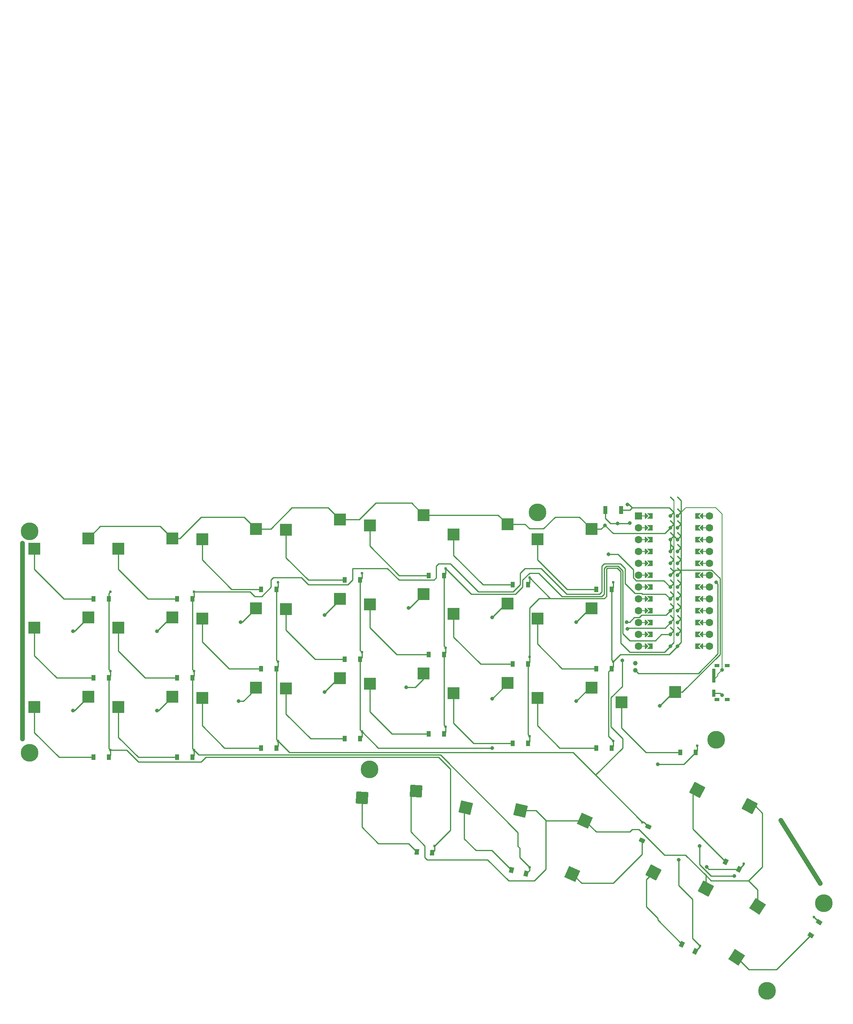
<source format=gbr>
%TF.GenerationSoftware,KiCad,Pcbnew,6.0.7*%
%TF.CreationDate,2022-09-18T19:07:01-04:00*%
%TF.ProjectId,flutter_v2_wren,666c7574-7465-4725-9f76-325f7772656e,v1.0.0*%
%TF.SameCoordinates,Original*%
%TF.FileFunction,Copper,L1,Top*%
%TF.FilePolarity,Positive*%
%FSLAX46Y46*%
G04 Gerber Fmt 4.6, Leading zero omitted, Abs format (unit mm)*
G04 Created by KiCad (PCBNEW 6.0.7) date 2022-09-18 19:07:01*
%MOMM*%
%LPD*%
G01*
G04 APERTURE LIST*
G04 Aperture macros list*
%AMRotRect*
0 Rectangle, with rotation*
0 The origin of the aperture is its center*
0 $1 length*
0 $2 width*
0 $3 Rotation angle, in degrees counterclockwise*
0 Add horizontal line*
21,1,$1,$2,0,0,$3*%
%AMFreePoly0*
4,1,5,0.125000,-0.500000,-0.125000,-0.500000,-0.125000,0.500000,0.125000,0.500000,0.125000,-0.500000,0.125000,-0.500000,$1*%
%AMFreePoly1*
4,1,6,0.600000,0.200000,0.000000,-0.400000,-0.600000,0.200000,-0.600000,0.400000,0.600000,0.400000,0.600000,0.200000,0.600000,0.200000,$1*%
%AMFreePoly2*
4,1,49,0.088388,4.152388,0.854389,3.386388,0.867708,3.368551,0.871189,3.365530,0.871982,3.362827,0.875852,3.357644,0.882333,3.327543,0.891000,3.298000,0.891000,0.766000,0.887805,0.743969,0.888131,0.739371,0.886780,0.736898,0.885852,0.730498,0.869154,0.704638,0.854389,0.677612,0.088388,-0.088388,0.064607,-0.106146,0.062500,-0.108253,0.061385,-0.108552,0.059644,-0.109852,
0.043810,-0.113261,0.000000,-0.125000,-0.004774,-0.123721,-0.009154,-0.124664,-0.028953,-0.117242,-0.062500,-0.108253,-0.068237,-0.102516,-0.075052,-0.099961,-0.087614,-0.083139,-0.108253,-0.062500,-0.111178,-0.051584,-0.117161,-0.043572,-0.118539,-0.024114,-0.125000,0.000000,-0.121239,0.014035,-0.122131,0.026629,-0.113759,0.041953,-0.108253,0.062500,-0.095642,0.075111,-0.088388,0.088388,
0.641000,0.817777,0.641000,3.246223,-0.088388,3.975612,-0.109852,4.004356,-0.124664,4.073154,-0.099961,4.139052,-0.043572,4.181161,0.026629,4.186131,0.088388,4.152388,0.088388,4.152388,$1*%
%AMFreePoly3*
4,1,6,0.600000,-0.250000,-0.600000,-0.250000,-0.600000,1.000000,0.000000,0.400000,0.600000,1.000000,0.600000,-0.250000,0.600000,-0.250000,$1*%
%AMFreePoly4*
4,1,49,0.088388,4.152388,0.850389,3.390388,0.863708,3.372551,0.867189,3.369530,0.867982,3.366827,0.871852,3.361644,0.878333,3.331543,0.887000,3.302000,0.887000,0.762000,0.883805,0.739969,0.884131,0.735371,0.882780,0.732898,0.881852,0.726498,0.865154,0.700638,0.850389,0.673612,0.088388,-0.088388,0.064607,-0.106146,0.062500,-0.108253,0.061385,-0.108552,0.059644,-0.109852,
0.043810,-0.113261,0.000000,-0.125000,-0.004774,-0.123721,-0.009154,-0.124664,-0.028953,-0.117242,-0.062500,-0.108253,-0.068237,-0.102516,-0.075052,-0.099961,-0.087614,-0.083139,-0.108253,-0.062500,-0.111178,-0.051584,-0.117161,-0.043572,-0.118539,-0.024114,-0.125000,0.000000,-0.121239,0.014035,-0.122131,0.026629,-0.113759,0.041953,-0.108253,0.062500,-0.095642,0.075111,-0.088388,0.088388,
0.637000,0.813777,0.637000,3.250223,-0.088388,3.975612,-0.109852,4.004356,-0.124664,4.073154,-0.099961,4.139052,-0.043572,4.181161,0.026629,4.186131,0.088388,4.152388,0.088388,4.152388,$1*%
G04 Aperture macros list end*
%TA.AperFunction,NonConductor*%
%ADD10C,1.000000*%
%TD*%
%TA.AperFunction,ComponentPad*%
%ADD11C,1.000000*%
%TD*%
%TA.AperFunction,SMDPad,CuDef*%
%ADD12R,0.900000X1.200000*%
%TD*%
%TA.AperFunction,ComponentPad*%
%ADD13C,0.600000*%
%TD*%
%TA.AperFunction,SMDPad,CuDef*%
%ADD14RotRect,0.900000X1.200000X152.000000*%
%TD*%
%TA.AperFunction,ComponentPad*%
%ADD15C,3.800000*%
%TD*%
%TA.AperFunction,SMDPad,CuDef*%
%ADD16R,2.600000X2.600000*%
%TD*%
%TA.AperFunction,SMDPad,CuDef*%
%ADD17RotRect,2.600000X2.600000X57.000000*%
%TD*%
%TA.AperFunction,SMDPad,CuDef*%
%ADD18RotRect,2.600000X2.600000X332.000000*%
%TD*%
%TA.AperFunction,SMDPad,CuDef*%
%ADD19RotRect,2.600000X2.600000X356.000000*%
%TD*%
%TA.AperFunction,SMDPad,CuDef*%
%ADD20R,1.000000X0.800000*%
%TD*%
%TA.AperFunction,SMDPad,CuDef*%
%ADD21R,0.700000X1.500000*%
%TD*%
%TA.AperFunction,SMDPad,CuDef*%
%ADD22RotRect,2.600000X2.600000X346.500000*%
%TD*%
%TA.AperFunction,SMDPad,CuDef*%
%ADD23RotRect,0.900000X1.200000X246.000000*%
%TD*%
%TA.AperFunction,SMDPad,CuDef*%
%ADD24RotRect,0.900000X1.200000X176.000000*%
%TD*%
%TA.AperFunction,SMDPad,CuDef*%
%ADD25RotRect,2.600000X2.600000X66.000000*%
%TD*%
%TA.AperFunction,SMDPad,CuDef*%
%ADD26RotRect,0.900000X1.200000X237.000000*%
%TD*%
%TA.AperFunction,SMDPad,CuDef*%
%ADD27RotRect,0.900000X1.200000X166.500000*%
%TD*%
%TA.AperFunction,SMDPad,CuDef*%
%ADD28FreePoly0,90.000000*%
%TD*%
%TA.AperFunction,ComponentPad*%
%ADD29C,1.600000*%
%TD*%
%TA.AperFunction,SMDPad,CuDef*%
%ADD30FreePoly1,90.000000*%
%TD*%
%TA.AperFunction,ComponentPad*%
%ADD31R,1.600000X1.600000*%
%TD*%
%TA.AperFunction,SMDPad,CuDef*%
%ADD32FreePoly1,270.000000*%
%TD*%
%TA.AperFunction,SMDPad,CuDef*%
%ADD33FreePoly0,270.000000*%
%TD*%
%TA.AperFunction,SMDPad,CuDef*%
%ADD34FreePoly2,270.000000*%
%TD*%
%TA.AperFunction,ComponentPad*%
%ADD35C,0.800000*%
%TD*%
%TA.AperFunction,SMDPad,CuDef*%
%ADD36FreePoly3,270.000000*%
%TD*%
%TA.AperFunction,SMDPad,CuDef*%
%ADD37FreePoly3,90.000000*%
%TD*%
%TA.AperFunction,SMDPad,CuDef*%
%ADD38FreePoly4,90.000000*%
%TD*%
%TA.AperFunction,SMDPad,CuDef*%
%ADD39R,0.900000X1.700000*%
%TD*%
%TA.AperFunction,ViaPad*%
%ADD40C,0.800000*%
%TD*%
%TA.AperFunction,Conductor*%
%ADD41C,0.250000*%
%TD*%
%TA.AperFunction,Conductor*%
%ADD42C,0.200000*%
%TD*%
G04 APERTURE END LIST*
D10*
X-10822339Y38925536D02*
X-10822339Y-3074464D01*
X151927661Y-20574464D02*
X160427661Y-34074464D01*
D11*
%TO.P,,1*%
%TO.N,pos*%
X120677661Y13175536D03*
%TO.P,,2*%
%TO.N,GND*%
X120677661Y11675536D03*
%TD*%
D12*
%TO.P,D1,1*%
%TO.N,P4*%
X7650000Y-7000000D03*
%TO.P,D1,2*%
%TO.N,D4*%
X4350000Y-7000000D03*
%TD*%
D13*
%TO.P,REF\u002A\u002A,1*%
%TO.N,P5*%
X26000000Y11500000D03*
%TD*%
%TO.P,REF\u002A\u002A,1*%
%TO.N,P6*%
X44000000Y30500000D03*
%TD*%
%TO.P,REF\u002A\u002A,1*%
%TO.N,P9*%
X98000000Y14500000D03*
%TD*%
D12*
%TO.P,D2,1*%
%TO.N,P4*%
X7650000Y10000000D03*
%TO.P,D2,2*%
%TO.N,D3*%
X4350000Y10000000D03*
%TD*%
D13*
%TO.P,REF\u002A\u002A,1*%
%TO.N,P5*%
X26000000Y-5500000D03*
%TD*%
D12*
%TO.P,D3,1*%
%TO.N,P4*%
X7650000Y27000000D03*
%TO.P,D3,2*%
%TO.N,D2*%
X4350000Y27000000D03*
%TD*%
D14*
%TO.P,D24,1*%
%TO.N,P8*%
X143013559Y-30998308D03*
%TO.P,D24,2*%
%TO.N,D24*%
X140099831Y-29449052D03*
%TD*%
D15*
%TO.P,REF\u002A\u002A,1*%
%TO.N,N/C*%
X63677661Y-9574464D03*
%TD*%
D16*
%TO.P,S2,1*%
%TO.N,P1*%
X3275000Y22950000D03*
%TO.P,S2,2*%
%TO.N,D3*%
X-8275000Y20750000D03*
%TD*%
D17*
%TO.P,S25,1*%
%TO.N,P3*%
X146927794Y-38990298D03*
%TO.P,S25,2*%
%TO.N,D26*%
X142482288Y-49875149D03*
%TD*%
D14*
%TO.P,D23,1*%
%TO.N,P7*%
X133624127Y-48657260D03*
%TO.P,D23,2*%
%TO.N,D25*%
X130710399Y-47108004D03*
%TD*%
D16*
%TO.P,S7,1*%
%TO.N,P2*%
X39275000Y7950000D03*
%TO.P,S7,2*%
%TO.N,D10*%
X27725000Y5750000D03*
%TD*%
%TO.P,S17,1*%
%TO.N,P1*%
X93275000Y25950000D03*
%TO.P,S17,2*%
%TO.N,D18*%
X81725000Y23750000D03*
%TD*%
D13*
%TO.P,REF\u002A\u002A,1*%
%TO.N,P6*%
X122278393Y-20928688D03*
%TD*%
D15*
%TO.P,REF\u002A\u002A,1*%
%TO.N,N/C*%
X99677661Y45483540D03*
%TD*%
D16*
%TO.P,S14,1*%
%TO.N,P1*%
X75275000Y27950000D03*
%TO.P,S14,2*%
%TO.N,D15*%
X63725000Y25750000D03*
%TD*%
D13*
%TO.P,REF\u002A\u002A,1*%
%TO.N,P7*%
X62000000Y-1500000D03*
%TD*%
%TO.P,REF\u002A\u002A,1*%
%TO.N,P5*%
X26000000Y28500000D03*
%TD*%
%TO.P,REF\u002A\u002A,1*%
%TO.N,P8*%
X144026797Y-29838202D03*
%TD*%
D16*
%TO.P,S11,1*%
%TO.N,P1*%
X57275000Y26950000D03*
%TO.P,S11,2*%
%TO.N,D12*%
X45725000Y24750000D03*
%TD*%
D12*
%TO.P,D17,1*%
%TO.N,P9*%
X97650000Y13000000D03*
%TO.P,D17,2*%
%TO.N,D18*%
X94350000Y13000000D03*
%TD*%
D16*
%TO.P,S8,1*%
%TO.N,P1*%
X39275000Y24950000D03*
%TO.P,S8,2*%
%TO.N,D9*%
X27725000Y22750000D03*
%TD*%
D13*
%TO.P,REF\u002A\u002A,1*%
%TO.N,P6*%
X44000000Y-3500000D03*
%TD*%
%TO.P,REF\u002A\u002A,1*%
%TO.N,P6*%
X44000000Y13500000D03*
%TD*%
D15*
%TO.P,REF\u002A\u002A,1*%
%TO.N,N/C*%
X-9322339Y-6074464D03*
%TD*%
D16*
%TO.P,S18,1*%
%TO.N,P0*%
X93275000Y42950000D03*
%TO.P,S18,2*%
%TO.N,D17*%
X81725000Y40750000D03*
%TD*%
D13*
%TO.P,REF\u002A\u002A,1*%
%TO.N,P8*%
X80000000Y33500000D03*
%TD*%
D16*
%TO.P,S6,1*%
%TO.N,P0*%
X21275000Y39950000D03*
%TO.P,S6,2*%
%TO.N,D5*%
X9725000Y37750000D03*
%TD*%
D15*
%TO.P,REF\u002A\u002A,1*%
%TO.N,N/C*%
X138054479Y-3222702D03*
%TD*%
D12*
%TO.P,D11,1*%
%TO.N,P7*%
X61650000Y14000000D03*
%TO.P,D11,2*%
%TO.N,D12*%
X58350000Y14000000D03*
%TD*%
D13*
%TO.P,REF\u002A\u002A,1*%
%TO.N,P7*%
X134637366Y-47497153D03*
%TD*%
%TO.P,REF\u002A\u002A,1*%
%TO.N,P7*%
X62000000Y15500000D03*
%TD*%
D15*
%TO.P,REF\u002A\u002A,1*%
%TO.N,N/C*%
X149005076Y-57092882D03*
%TD*%
D12*
%TO.P,D19,1*%
%TO.N,P10*%
X115650000Y-5000000D03*
%TO.P,D19,2*%
%TO.N,D22*%
X112350000Y-5000000D03*
%TD*%
D13*
%TO.P,REF\u002A\u002A,1*%
%TO.N,P9*%
X159103991Y-41263696D03*
%TD*%
%TO.P,REF\u002A\u002A,1*%
%TO.N,P10*%
X116000000Y13500000D03*
%TD*%
D16*
%TO.P,S4,1*%
%TO.N,P2*%
X21275000Y5950000D03*
%TO.P,S4,2*%
%TO.N,D7*%
X9725000Y3750000D03*
%TD*%
D18*
%TO.P,S24,1*%
%TO.N,P3*%
X145230319Y-17510198D03*
%TO.P,S24,2*%
%TO.N,D24*%
X133999437Y-14030286D03*
%TD*%
D12*
%TO.P,D20,1*%
%TO.N,P10*%
X115650000Y12000000D03*
%TO.P,D20,2*%
%TO.N,D21*%
X112350000Y12000000D03*
%TD*%
D13*
%TO.P,REF\u002A\u002A,1*%
%TO.N,P5*%
X97995010Y-30615598D03*
%TD*%
D16*
%TO.P,S10,1*%
%TO.N,P2*%
X57275000Y9950000D03*
%TO.P,S10,2*%
%TO.N,D13*%
X45725000Y7750000D03*
%TD*%
D13*
%TO.P,REF\u002A\u002A,1*%
%TO.N,P8*%
X80000000Y16500000D03*
%TD*%
%TO.P,REF\u002A\u002A,1*%
%TO.N,P9*%
X98000000Y31500000D03*
%TD*%
D16*
%TO.P,S3,1*%
%TO.N,P0*%
X3275000Y39950000D03*
%TO.P,S3,2*%
%TO.N,D2*%
X-8275000Y37750000D03*
%TD*%
D13*
%TO.P,REF\u002A\u002A,1*%
%TO.N,P10*%
X116000000Y30500000D03*
%TD*%
D19*
%TO.P,S27,1*%
%TO.N,P3*%
X73682073Y-14292946D03*
%TO.P,S27,2*%
%TO.N,D28*%
X62006744Y-15681900D03*
%TD*%
D16*
%TO.P,S13,1*%
%TO.N,P2*%
X75275000Y10950000D03*
%TO.P,S13,2*%
%TO.N,D16*%
X63725000Y8750000D03*
%TD*%
D12*
%TO.P,D18,1*%
%TO.N,P9*%
X97650000Y30000000D03*
%TO.P,D18,2*%
%TO.N,D17*%
X94350000Y30000000D03*
%TD*%
D16*
%TO.P,S21,1*%
%TO.N,P0*%
X111275000Y41950000D03*
%TO.P,S21,2*%
%TO.N,D20*%
X99725000Y39750000D03*
%TD*%
%TO.P,S20,1*%
%TO.N,P1*%
X111275000Y24950000D03*
%TO.P,S20,2*%
%TO.N,D21*%
X99725000Y22750000D03*
%TD*%
D12*
%TO.P,D10,1*%
%TO.N,P7*%
X61650000Y-3000000D03*
%TO.P,D10,2*%
%TO.N,D13*%
X58350000Y-3000000D03*
%TD*%
%TO.P,D13,1*%
%TO.N,P8*%
X79650000Y-2000000D03*
%TO.P,D13,2*%
%TO.N,D16*%
X76350000Y-2000000D03*
%TD*%
%TO.P,D15,1*%
%TO.N,P8*%
X79650000Y32000000D03*
%TO.P,D15,2*%
%TO.N,D14*%
X76350000Y32000000D03*
%TD*%
D13*
%TO.P,REF\u002A\u002A,1*%
%TO.N,P4*%
X8000000Y11500000D03*
%TD*%
D20*
%TO.P,,*%
%TO.N,*%
X140430000Y5350000D03*
X138220000Y12650000D03*
X140430000Y12650000D03*
X138220000Y5350000D03*
D21*
%TO.P,,1*%
%TO.N,pos*%
X137570000Y6750000D03*
%TO.P,,2*%
%TO.N,RAW*%
X137570000Y9750000D03*
%TO.P,,3*%
%TO.N,N/C*%
X137570000Y11250000D03*
%TD*%
D12*
%TO.P,D26,1*%
%TO.N,P10*%
X133650000Y-6000000D03*
%TO.P,D26,2*%
%TO.N,D27*%
X130350000Y-6000000D03*
%TD*%
D16*
%TO.P,S15,1*%
%TO.N,P0*%
X75275000Y44950000D03*
%TO.P,S15,2*%
%TO.N,D14*%
X63725000Y42750000D03*
%TD*%
D12*
%TO.P,D4,1*%
%TO.N,P5*%
X25650000Y-7000000D03*
%TO.P,D4,2*%
%TO.N,D7*%
X22350000Y-7000000D03*
%TD*%
D13*
%TO.P,REF\u002A\u002A,1*%
%TO.N,P10*%
X134000000Y-4500000D03*
%TD*%
D16*
%TO.P,S5,1*%
%TO.N,P1*%
X21275000Y22950000D03*
%TO.P,S5,2*%
%TO.N,D6*%
X9725000Y20750000D03*
%TD*%
D13*
%TO.P,REF\u002A\u002A,1*%
%TO.N,P9*%
X98000000Y-2500000D03*
%TD*%
D16*
%TO.P,S9,1*%
%TO.N,P0*%
X39275000Y41950000D03*
%TO.P,S9,2*%
%TO.N,D8*%
X27725000Y39750000D03*
%TD*%
D12*
%TO.P,D7,1*%
%TO.N,P6*%
X43650000Y-5000000D03*
%TO.P,D7,2*%
%TO.N,D10*%
X40350000Y-5000000D03*
%TD*%
D13*
%TO.P,REF\u002A\u002A,1*%
%TO.N,P7*%
X62000000Y32500000D03*
%TD*%
%TO.P,REF\u002A\u002A,1*%
%TO.N,P4*%
X77596852Y-26044654D03*
%TD*%
D16*
%TO.P,S16,1*%
%TO.N,P2*%
X93275000Y8950000D03*
%TO.P,S16,2*%
%TO.N,D19*%
X81725000Y6750000D03*
%TD*%
D22*
%TO.P,S28,1*%
%TO.N,P3*%
X96073511Y-18378933D03*
%TO.P,S28,2*%
%TO.N,D29*%
X84329059Y-17821852D03*
%TD*%
D13*
%TO.P,REF\u002A\u002A,1*%
%TO.N,P4*%
X8000000Y-5500000D03*
%TD*%
D12*
%TO.P,D16,1*%
%TO.N,P9*%
X97650000Y-4000000D03*
%TO.P,D16,2*%
%TO.N,D19*%
X94350000Y-4000000D03*
%TD*%
%TO.P,D8,1*%
%TO.N,P6*%
X43650000Y12000000D03*
%TO.P,D8,2*%
%TO.N,D9*%
X40350000Y12000000D03*
%TD*%
D23*
%TO.P,D22,1*%
%TO.N,P6*%
X123506353Y-21858534D03*
%TO.P,D22,2*%
%TO.N,D23*%
X122164123Y-24873234D03*
%TD*%
D24*
%TO.P,D27,1*%
%TO.N,P4*%
X77143070Y-27516585D03*
%TO.P,D27,2*%
%TO.N,D28*%
X73851108Y-27286389D03*
%TD*%
D25*
%TO.P,S22,1*%
%TO.N,P3*%
X109896467Y-20588056D03*
%TO.P,S22,2*%
%TO.N,D23*%
X107208459Y-32034326D03*
%TD*%
D26*
%TO.P,D25,1*%
%TO.N,P9*%
X160171373Y-42374190D03*
%TO.P,D25,2*%
%TO.N,D26*%
X158374065Y-45141802D03*
%TD*%
D15*
%TO.P,REF\u002A\u002A,1*%
%TO.N,N/C*%
X-9322339Y41425536D03*
%TD*%
D27*
%TO.P,D28,1*%
%TO.N,P5*%
X97304512Y-31992447D03*
%TO.P,D28,2*%
%TO.N,D29*%
X94095692Y-31222077D03*
%TD*%
D12*
%TO.P,D21,1*%
%TO.N,P10*%
X115650000Y29000000D03*
%TO.P,D21,2*%
%TO.N,D20*%
X112350000Y29000000D03*
%TD*%
D13*
%TO.P,REF\u002A\u002A,1*%
%TO.N,P8*%
X80000000Y-500000D03*
%TD*%
D12*
%TO.P,D9,1*%
%TO.N,P6*%
X43650000Y29000000D03*
%TO.P,D9,2*%
%TO.N,D8*%
X40350000Y29000000D03*
%TD*%
%TO.P,D12,1*%
%TO.N,P7*%
X61650000Y31000000D03*
%TO.P,D12,2*%
%TO.N,D11*%
X58350000Y31000000D03*
%TD*%
D16*
%TO.P,S12,1*%
%TO.N,P0*%
X57275000Y43950000D03*
%TO.P,S12,2*%
%TO.N,D11*%
X45725000Y41750000D03*
%TD*%
D15*
%TO.P,REF\u002A\u002A,1*%
%TO.N,N/C*%
X161177661Y-38318191D03*
%TD*%
D12*
%TO.P,D5,1*%
%TO.N,P5*%
X25650000Y10000000D03*
%TO.P,D5,2*%
%TO.N,D6*%
X22350000Y10000000D03*
%TD*%
D28*
%TO.P,MCU1,*%
%TO.N,*%
X122650000Y26940000D03*
D29*
X121380000Y29480000D03*
X136620000Y26940000D03*
D28*
X122650000Y19320000D03*
X122650000Y34560000D03*
D30*
X123158000Y39640000D03*
D29*
X136620000Y44720000D03*
D31*
X121380000Y44720000D03*
D32*
X134842000Y37100000D03*
D30*
X123158000Y26940000D03*
D33*
X135350000Y44720000D03*
D32*
X134842000Y44720000D03*
D29*
X136620000Y24400000D03*
X121380000Y24400000D03*
D33*
X135350000Y24400000D03*
D30*
X123158000Y29480000D03*
D32*
X134842000Y19320000D03*
D29*
X136620000Y37100000D03*
D33*
X135350000Y29480000D03*
D32*
X134842000Y32020000D03*
X134842000Y39640000D03*
D30*
X123158000Y44720000D03*
D29*
X121380000Y34560000D03*
D32*
X134842000Y26940000D03*
X134842000Y21860000D03*
D28*
X122650000Y32020000D03*
D33*
X135350000Y39640000D03*
X135350000Y42180000D03*
X135350000Y34560000D03*
D29*
X121380000Y37100000D03*
X136620000Y19320000D03*
X121380000Y42180000D03*
X136620000Y42180000D03*
X136620000Y32020000D03*
D32*
X134842000Y29480000D03*
D29*
X136620000Y29480000D03*
D30*
X123158000Y42180000D03*
D28*
X122650000Y29480000D03*
D29*
X121380000Y32020000D03*
D32*
X134842000Y16780000D03*
X134842000Y34560000D03*
D28*
X122650000Y42180000D03*
D30*
X123158000Y21860000D03*
D33*
X135350000Y32020000D03*
X135350000Y16780000D03*
X135350000Y19320000D03*
D29*
X136620000Y21860000D03*
D32*
X134842000Y42180000D03*
D30*
X123158000Y32020000D03*
D33*
X135350000Y37100000D03*
D29*
X136620000Y39640000D03*
D28*
X122650000Y21860000D03*
D33*
X135350000Y21860000D03*
D29*
X121380000Y19320000D03*
X121380000Y16780000D03*
D28*
X122650000Y24400000D03*
D30*
X123158000Y24400000D03*
X123158000Y34560000D03*
D28*
X122650000Y44720000D03*
X122650000Y16780000D03*
D32*
X134842000Y24400000D03*
D29*
X121380000Y26940000D03*
D30*
X123158000Y19320000D03*
D29*
X121380000Y44720000D03*
X121380000Y21860000D03*
D28*
X122650000Y37100000D03*
D33*
X135350000Y26940000D03*
D30*
X123158000Y37100000D03*
D29*
X136620000Y34560000D03*
D30*
X123158000Y16780000D03*
D29*
X121380000Y39640000D03*
D28*
X122650000Y39640000D03*
D29*
X136620000Y16780000D03*
D34*
%TO.P,MCU1,1*%
%TO.N,RAW*%
X129762000Y44720000D03*
D35*
X129762000Y44720000D03*
D36*
X133826000Y44720000D03*
D35*
%TO.P,MCU1,2*%
%TO.N,GND*%
X129762000Y42180000D03*
D34*
X129762000Y42180000D03*
D36*
X133826000Y42180000D03*
%TO.P,MCU1,3*%
%TO.N,RST*%
X133826000Y39640000D03*
D34*
X129762000Y39640000D03*
D35*
X129762000Y39640000D03*
D36*
%TO.P,MCU1,4*%
%TO.N,VCC*%
X133826000Y37100000D03*
D34*
X129762000Y37100000D03*
D35*
X129762000Y37100000D03*
D34*
%TO.P,MCU1,5*%
%TO.N,P21*%
X129762000Y34560000D03*
D36*
X133826000Y34560000D03*
D35*
X129762000Y34560000D03*
%TO.P,MCU1,6*%
%TO.N,P20*%
X129762000Y32020000D03*
D36*
X133826000Y32020000D03*
D34*
X129762000Y32020000D03*
D35*
%TO.P,MCU1,7*%
%TO.N,P19*%
X129762000Y29480000D03*
D34*
X129762000Y29480000D03*
D36*
X133826000Y29480000D03*
D34*
%TO.P,MCU1,8*%
%TO.N,P18*%
X129762000Y26940000D03*
D36*
X133826000Y26940000D03*
D35*
X129762000Y26940000D03*
D36*
%TO.P,MCU1,9*%
%TO.N,P15*%
X133826000Y24400000D03*
D34*
X129762000Y24400000D03*
D35*
X129762000Y24400000D03*
%TO.P,MCU1,10*%
%TO.N,P14*%
X129762000Y21860000D03*
D34*
X129762000Y21860000D03*
D36*
X133826000Y21860000D03*
D34*
%TO.P,MCU1,11*%
%TO.N,P16*%
X129762000Y19320000D03*
D35*
X129762000Y19320000D03*
D36*
X133826000Y19320000D03*
D35*
%TO.P,MCU1,12*%
%TO.N,P10*%
X129762000Y16780000D03*
D34*
X129762000Y16780000D03*
D36*
X133826000Y16780000D03*
D37*
%TO.P,MCU1,13*%
%TO.N,P9*%
X124174000Y16780000D03*
D38*
X128238000Y16780000D03*
D35*
X128238000Y16780000D03*
D37*
%TO.P,MCU1,14*%
%TO.N,P8*%
X124174000Y19320000D03*
D35*
X128238000Y19320000D03*
D38*
X128238000Y19320000D03*
%TO.P,MCU1,15*%
%TO.N,P7*%
X128238000Y21860000D03*
D37*
X124174000Y21860000D03*
D35*
X128238000Y21860000D03*
D38*
%TO.P,MCU1,16*%
%TO.N,P6*%
X128238000Y24400000D03*
D37*
X124174000Y24400000D03*
D35*
X128238000Y24400000D03*
D37*
%TO.P,MCU1,17*%
%TO.N,P5*%
X124174000Y26940000D03*
D38*
X128238000Y26940000D03*
D35*
X128238000Y26940000D03*
D38*
%TO.P,MCU1,18*%
%TO.N,P4*%
X128238000Y29480000D03*
D35*
X128238000Y29480000D03*
D37*
X124174000Y29480000D03*
%TO.P,MCU1,19*%
%TO.N,P3*%
X124174000Y32020000D03*
D38*
X128238000Y32020000D03*
D35*
X128238000Y32020000D03*
D37*
%TO.P,MCU1,20*%
%TO.N,P2*%
X124174000Y34560000D03*
D35*
X128238000Y34560000D03*
D38*
X128238000Y34560000D03*
%TO.P,MCU1,21*%
%TO.N,GND*%
X128238000Y37100000D03*
D35*
X128238000Y37100000D03*
D37*
X124174000Y37100000D03*
D35*
%TO.P,MCU1,22*%
X128238000Y39640000D03*
D38*
X128238000Y39640000D03*
D37*
X124174000Y39640000D03*
D35*
%TO.P,MCU1,23*%
%TO.N,P0*%
X128238000Y42180000D03*
D38*
X128238000Y42180000D03*
D37*
X124174000Y42180000D03*
%TO.P,MCU1,24*%
%TO.N,P1*%
X124174000Y44720000D03*
D38*
X128238000Y44720000D03*
D35*
X128238000Y44720000D03*
%TD*%
D13*
%TO.P,REF\u002A\u002A,1*%
%TO.N,P10*%
X116000000Y-3500000D03*
%TD*%
D39*
%TO.P,,1*%
%TO.N,RST*%
X117700000Y46000000D03*
%TO.P,,2*%
%TO.N,GND*%
X114300000Y46000000D03*
%TD*%
D16*
%TO.P,S19,1*%
%TO.N,P2*%
X111275000Y7950000D03*
%TO.P,S19,2*%
%TO.N,D22*%
X99725000Y5750000D03*
%TD*%
D12*
%TO.P,D14,1*%
%TO.N,P8*%
X79650000Y15000000D03*
%TO.P,D14,2*%
%TO.N,D15*%
X76350000Y15000000D03*
%TD*%
D16*
%TO.P,S26,1*%
%TO.N,P3*%
X129275000Y6950000D03*
%TO.P,S26,2*%
%TO.N,D27*%
X117725000Y4750000D03*
%TD*%
D12*
%TO.P,D6,1*%
%TO.N,P5*%
X25650000Y27000000D03*
%TO.P,D6,2*%
%TO.N,D5*%
X22350000Y27000000D03*
%TD*%
D16*
%TO.P,S1,1*%
%TO.N,P2*%
X3275000Y5950000D03*
%TO.P,S1,2*%
%TO.N,D4*%
X-8275000Y3750000D03*
%TD*%
D18*
%TO.P,S23,1*%
%TO.N,P3*%
X135840888Y-35169150D03*
%TO.P,S23,2*%
%TO.N,D25*%
X124610006Y-31689238D03*
%TD*%
D13*
%TO.P,REF\u002A\u002A,1*%
%TO.N,P4*%
X8000000Y28500000D03*
%TD*%
D40*
%TO.N,P2*%
X35500000Y5000000D03*
X108000000Y5000000D03*
X90000000Y5500000D03*
X71500000Y8000000D03*
X54000000Y7000000D03*
X18000000Y3000000D03*
X0Y3000000D03*
%TO.N,P4*%
X115000000Y36500000D03*
%TO.N,P1*%
X90000000Y23000000D03*
X18000000Y20000000D03*
X108000000Y22000000D03*
X36000000Y22000000D03*
X0Y20000000D03*
X54000000Y23500000D03*
X72000000Y25000000D03*
%TO.N,P0*%
X114185211Y42748391D03*
%TO.N,P6*%
X117889465Y13778032D03*
X118859548Y21989442D03*
%TO.N,P7*%
X90000000Y-5000000D03*
X130000000Y-29000000D03*
X119000000Y20500000D03*
%TO.N,P8*%
X136000000Y-30500000D03*
%TO.N,P9*%
X142000000Y-32500000D03*
X134500000Y-26000000D03*
%TO.N,P10*%
X125500000Y-8500000D03*
%TO.N,P3*%
X126000000Y4000000D03*
%TO.N,RAW*%
X139303520Y11682664D03*
%TO.N,GND*%
X119552125Y43187971D03*
X138055890Y30555890D03*
X116889685Y43159942D03*
%TO.N,RST*%
X119053439Y47175000D03*
%TO.N,pos*%
X139306786Y6343261D03*
%TD*%
D41*
%TO.N,GND*%
X138055890Y30555890D02*
X138428520Y30183260D01*
X138428520Y30183260D02*
X138428520Y15189916D01*
X138428520Y15189916D02*
X134238604Y11000000D01*
X134238604Y11000000D02*
X121353197Y11000000D01*
X121353197Y11000000D02*
X120677661Y11675536D01*
%TO.N,P2*%
X93275000Y8775000D02*
X90000000Y5500000D01*
X38125001Y6574999D02*
X38125001Y6800001D01*
X56950000Y9950000D02*
X54000000Y7000000D01*
X0Y3000000D02*
X325000Y3000000D01*
X18325000Y3000000D02*
X18000000Y3000000D01*
X73500000Y8000000D02*
X75275000Y9775000D01*
X108000000Y5000000D02*
X110950000Y7950000D01*
X71500000Y8000000D02*
X73500000Y8000000D01*
X35500000Y5000000D02*
X36550002Y5000000D01*
X110950000Y7950000D02*
X111275000Y7950000D01*
X75275000Y9775000D02*
X75275000Y10950000D01*
X325000Y3000000D02*
X3275000Y5950000D01*
X38125001Y6800001D02*
X39275000Y7950000D01*
X21275000Y5950000D02*
X18325000Y3000000D01*
X93275000Y8950000D02*
X93275000Y8775000D01*
X57275000Y9950000D02*
X56950000Y9950000D01*
X36550002Y5000000D02*
X38125001Y6574999D01*
%TO.N,D4*%
X-8275000Y-1725000D02*
X-3000000Y-7000000D01*
X-3000000Y-7000000D02*
X4350000Y-7000000D01*
X-8275000Y3750000D02*
X-8275000Y-1725000D01*
%TO.N,P4*%
X77596852Y-27062803D02*
X77143070Y-27516585D01*
X11500000Y-5500000D02*
X14000000Y-8000000D01*
X7650000Y27000000D02*
X7650000Y11850000D01*
X28500000Y-7000000D02*
X78500000Y-7000000D01*
X126823000Y30895000D02*
X128238000Y29480000D01*
X7650000Y10000000D02*
X7650000Y-5150000D01*
X8000000Y-5500000D02*
X11500000Y-5500000D01*
X120255000Y33245000D02*
X120255000Y31554009D01*
X115000000Y36500000D02*
X117000000Y36500000D01*
X120255000Y31554009D02*
X120914009Y30895000D01*
X8000000Y-5500000D02*
X8000000Y-6650000D01*
X81000000Y-22641506D02*
X77596852Y-26044654D01*
X77596852Y-26044654D02*
X77596852Y-27062803D01*
X7650000Y27000000D02*
X7650000Y28150000D01*
X7650000Y28150000D02*
X8000000Y28500000D01*
X7650000Y11850000D02*
X8000000Y11500000D01*
X7650000Y-5150000D02*
X8000000Y-5500000D01*
X81000000Y-9500000D02*
X81000000Y-22641506D01*
X8000000Y10350000D02*
X7650000Y10000000D01*
X117000000Y36500000D02*
X120255000Y33245000D01*
X27500000Y-8000000D02*
X28500000Y-7000000D01*
X120914009Y30895000D02*
X126823000Y30895000D01*
X8000000Y-6650000D02*
X7650000Y-7000000D01*
X8000000Y11500000D02*
X8000000Y10350000D01*
X78500000Y-7000000D02*
X81000000Y-9500000D01*
X14000000Y-8000000D02*
X27500000Y-8000000D01*
%TO.N,P1*%
X325000Y20000000D02*
X0Y20000000D01*
X93275000Y25950000D02*
X92950000Y25950000D01*
X57275000Y26775000D02*
X57275000Y26950000D01*
X108000000Y22000000D02*
X110950000Y24950000D01*
X72325000Y25000000D02*
X75275000Y27950000D01*
X3275000Y22950000D02*
X325000Y20000000D01*
X72000000Y25000000D02*
X72325000Y25000000D01*
X18000000Y20000000D02*
X20950000Y22950000D01*
X92950000Y25950000D02*
X90000000Y23000000D01*
X54000000Y23500000D02*
X57275000Y26775000D01*
X36325000Y22000000D02*
X36000000Y22000000D01*
X39275000Y24950000D02*
X36325000Y22000000D01*
X20950000Y22950000D02*
X21275000Y22950000D01*
X110950000Y24950000D02*
X111275000Y24950000D01*
%TO.N,D3*%
X-8275000Y20750000D02*
X-8275000Y14775000D01*
X-8275000Y14775000D02*
X-3500000Y10000000D01*
X-3500000Y10000000D02*
X4350000Y10000000D01*
%TO.N,P0*%
X114185211Y42748391D02*
X113386820Y41950000D01*
X103500000Y44500000D02*
X108725000Y44500000D01*
X97050000Y42950000D02*
X98000000Y42000000D01*
X65000000Y47500000D02*
X72725000Y47500000D01*
X27500000Y44500000D02*
X36725000Y44500000D01*
X22950000Y39950000D02*
X27500000Y44500000D01*
X21275000Y39950000D02*
X22950000Y39950000D01*
X54725000Y46500000D02*
X57275000Y43950000D01*
X5825000Y42500000D02*
X18725000Y42500000D01*
X113386820Y41950000D02*
X111275000Y41950000D01*
X115933602Y41000000D02*
X127058000Y41000000D01*
X98000000Y42000000D02*
X101000000Y42000000D01*
X114185211Y42748391D02*
X115933602Y41000000D01*
X18725000Y42500000D02*
X21275000Y39950000D01*
X3275000Y39950000D02*
X5825000Y42500000D01*
X42450000Y41950000D02*
X47000000Y46500000D01*
X75275000Y44950000D02*
X91275000Y44950000D01*
X39275000Y41950000D02*
X42450000Y41950000D01*
X72725000Y47500000D02*
X75275000Y44950000D01*
X93275000Y42950000D02*
X97050000Y42950000D01*
X47000000Y46500000D02*
X54725000Y46500000D01*
X57275000Y43950000D02*
X61450000Y43950000D01*
X36725000Y44500000D02*
X39275000Y41950000D01*
X61450000Y43950000D02*
X65000000Y47500000D01*
X127058000Y41000000D02*
X128238000Y42180000D01*
X101000000Y42000000D02*
X103500000Y44500000D01*
X91275000Y44950000D02*
X93275000Y42950000D01*
X108725000Y44500000D02*
X111275000Y41950000D01*
%TO.N,D2*%
X-1967371Y27000000D02*
X4350000Y27000000D01*
X-8275000Y33307629D02*
X-1967371Y27000000D01*
X-8275000Y37750000D02*
X-8275000Y33307629D01*
%TO.N,D7*%
X9725000Y3750000D02*
X9725000Y-2725000D01*
X14000000Y-7000000D02*
X22350000Y-7000000D01*
X9725000Y-2725000D02*
X14000000Y-7000000D01*
%TO.N,P5*%
X25650000Y10000000D02*
X25650000Y-5150000D01*
X42500000Y29500000D02*
X40500000Y27500000D01*
X114000000Y34500000D02*
X113500000Y34000000D01*
X50500000Y30000000D02*
X49003506Y31496494D01*
X40500000Y27500000D02*
X39000000Y27500000D01*
X26000000Y-6650000D02*
X25650000Y-7000000D01*
X38000000Y28500000D02*
X26000000Y28500000D01*
X26000000Y-5500000D02*
X27000000Y-6500000D01*
X25650000Y11850000D02*
X26000000Y11500000D01*
X60000000Y31000000D02*
X59000000Y30000000D01*
X26000000Y28500000D02*
X26000000Y27350000D01*
X67500000Y33500000D02*
X60000000Y33500000D01*
X87000000Y28500000D02*
X81000000Y34500000D01*
X81000000Y34500000D02*
X78500000Y34500000D01*
X100500000Y33500000D02*
X97000000Y33500000D01*
X96000000Y32500000D02*
X96000000Y30000000D01*
X26000000Y27350000D02*
X25650000Y27000000D01*
X118500000Y33500000D02*
X117500000Y34500000D01*
X25650000Y-5150000D02*
X26000000Y-5500000D01*
X39000000Y27500000D02*
X38000000Y28500000D01*
X60000000Y33500000D02*
X60000000Y31000000D01*
X106000000Y28000000D02*
X100500000Y33500000D01*
X77500000Y31000000D02*
X70000000Y31000000D01*
X117500000Y34500000D02*
X114000000Y34500000D01*
X59000000Y30000000D02*
X50500000Y30000000D01*
X113500000Y34000000D02*
X113500000Y28450000D01*
X95879412Y-26500000D02*
X95879412Y-28500000D01*
X96000000Y30000000D02*
X94500000Y28500000D01*
X95500000Y-26120588D02*
X95879412Y-26500000D01*
X95500000Y-23131004D02*
X95500000Y-26120588D01*
X78868996Y-6500000D02*
X95500000Y-23131004D01*
X94500000Y28500000D02*
X87000000Y28500000D01*
X42996494Y31496494D02*
X42500000Y31000000D01*
X78500000Y34500000D02*
X78000000Y34000000D01*
X97995010Y-31301949D02*
X97304512Y-31992447D01*
X120601667Y28172769D02*
X118500000Y30274436D01*
X97995010Y-30615598D02*
X97995010Y-31301949D01*
X113500000Y28450000D02*
X113050000Y28000000D01*
X95879412Y-28500000D02*
X97995010Y-30615598D01*
X27000000Y-6500000D02*
X78868996Y-6500000D01*
X49003506Y31496494D02*
X42996494Y31496494D01*
X113050000Y28000000D02*
X106000000Y28000000D01*
X42500000Y31000000D02*
X42500000Y29500000D01*
X127178000Y28000000D02*
X122232500Y28000000D01*
X78000000Y34000000D02*
X78000000Y31500000D01*
X128238000Y26940000D02*
X127178000Y28000000D01*
X70000000Y31000000D02*
X67500000Y33500000D01*
X122059731Y28172769D02*
X120601667Y28172769D01*
X122232500Y28000000D02*
X122059731Y28172769D01*
X78000000Y31500000D02*
X77500000Y31000000D01*
X26000000Y-5500000D02*
X26000000Y-6650000D01*
X118500000Y30274436D02*
X118500000Y33500000D01*
X26000000Y10350000D02*
X25650000Y10000000D01*
X97000000Y33500000D02*
X96000000Y32500000D01*
X25650000Y27000000D02*
X25650000Y11850000D01*
X26000000Y11500000D02*
X26000000Y10350000D01*
%TO.N,D6*%
X9725000Y20750000D02*
X9725000Y15775000D01*
X9725000Y15775000D02*
X15500000Y10000000D01*
X15500000Y10000000D02*
X22350000Y10000000D01*
%TO.N,D5*%
X9725000Y33307629D02*
X16032629Y27000000D01*
X9725000Y37750000D02*
X9725000Y33307629D01*
X16032629Y27000000D02*
X22350000Y27000000D01*
%TO.N,D10*%
X32500000Y-5000000D02*
X40350000Y-5000000D01*
X27725000Y-225000D02*
X32500000Y-5000000D01*
X27725000Y5750000D02*
X27725000Y-225000D01*
%TO.N,P6*%
X112174853Y-10825147D02*
X118000000Y-5000000D01*
X118000000Y-4000000D02*
X118000000Y-3000000D01*
X43650000Y12000000D02*
X43650000Y-3150000D01*
X122278393Y-20928688D02*
X122576507Y-20928688D01*
X44000000Y30500000D02*
X44000000Y29350000D01*
X44000000Y-3500000D02*
X46500000Y-6000000D01*
X119489442Y21989442D02*
X120500000Y23000000D01*
X122070991Y23500000D02*
X127338000Y23500000D01*
X43650000Y-3150000D02*
X44000000Y-3500000D01*
X44000000Y-4650000D02*
X43650000Y-5000000D01*
X121570991Y23000000D02*
X122070991Y23500000D01*
X118000000Y-3000000D02*
X115500000Y-500000D01*
X118859548Y21989442D02*
X119489442Y21989442D01*
X107349705Y-6000000D02*
X112174853Y-10825147D01*
X120500000Y23000000D02*
X121570991Y23000000D01*
X118000000Y-5000000D02*
X118000000Y-4000000D01*
X117889465Y8164465D02*
X117889465Y13778032D01*
X44000000Y13500000D02*
X44000000Y12350000D01*
X115500000Y5775000D02*
X117889465Y8164465D01*
X46500000Y-6000000D02*
X107349705Y-6000000D01*
X115500000Y-500000D02*
X115500000Y5775000D01*
X43650000Y13850000D02*
X44000000Y13500000D01*
X44000000Y-3500000D02*
X44000000Y-4650000D01*
X127338000Y23500000D02*
X128238000Y24400000D01*
X44000000Y12350000D02*
X43650000Y12000000D01*
X112174853Y-10825147D02*
X122278393Y-20928688D01*
X43650000Y29000000D02*
X43650000Y13850000D01*
X122576507Y-20928688D02*
X123506353Y-21858534D01*
X44000000Y29350000D02*
X43650000Y29000000D01*
%TO.N,D9*%
X33500000Y12000000D02*
X40350000Y12000000D01*
X27725000Y17775000D02*
X33500000Y12000000D01*
X27725000Y22750000D02*
X27725000Y17775000D01*
%TO.N,D8*%
X27725000Y35307629D02*
X34032629Y29000000D01*
X34032629Y29000000D02*
X40350000Y29000000D01*
X27725000Y39750000D02*
X27725000Y35307629D01*
%TO.N,D13*%
X51000000Y-3000000D02*
X58350000Y-3000000D01*
X45725000Y7750000D02*
X45725000Y2275000D01*
X45725000Y2275000D02*
X51000000Y-3000000D01*
%TO.N,P7*%
X62000000Y32500000D02*
X62000000Y31350000D01*
X61650000Y31000000D02*
X61650000Y15850000D01*
X62000000Y31350000D02*
X61650000Y31000000D01*
X130000000Y-29000000D02*
X130000000Y-34500000D01*
X62000000Y-1500000D02*
X65500000Y-5000000D01*
X61650000Y14000000D02*
X61650000Y-1150000D01*
X62000000Y14350000D02*
X61650000Y14000000D01*
X119235000Y20735000D02*
X127113000Y20735000D01*
X134637366Y-47497153D02*
X134637366Y-47644021D01*
X119000000Y20500000D02*
X119235000Y20735000D01*
X133000000Y-45859787D02*
X134637366Y-47497153D01*
X133000000Y-37500000D02*
X133000000Y-45859787D01*
X62000000Y-1500000D02*
X62000000Y-2650000D01*
X65500000Y-5000000D02*
X90000000Y-5000000D01*
X61650000Y15850000D02*
X62000000Y15500000D01*
X62000000Y-2650000D02*
X61650000Y-3000000D01*
X62000000Y15500000D02*
X62000000Y14350000D01*
X61650000Y-1150000D02*
X62000000Y-1500000D01*
X134637366Y-47644021D02*
X133624127Y-48657260D01*
X127113000Y20735000D02*
X128238000Y21860000D01*
X130000000Y-34500000D02*
X133000000Y-37500000D01*
%TO.N,D12*%
X45725000Y20275000D02*
X52000000Y14000000D01*
X45725000Y24750000D02*
X45725000Y20275000D01*
X52000000Y14000000D02*
X58350000Y14000000D01*
%TO.N,D11*%
X45725000Y35775000D02*
X50500000Y31000000D01*
X50500000Y31000000D02*
X58350000Y31000000D01*
X45725000Y41750000D02*
X45725000Y35775000D01*
%TO.N,D16*%
X63725000Y8750000D02*
X63725000Y2775000D01*
X63725000Y2775000D02*
X68500000Y-2000000D01*
X68500000Y-2000000D02*
X76350000Y-2000000D01*
%TO.N,P8*%
X118000000Y33000000D02*
X118000000Y19500000D01*
X96500000Y31000000D02*
X97996494Y32496494D01*
X95000000Y28000000D02*
X96500000Y29500000D01*
X114000000Y33500000D02*
X114500000Y34000000D01*
X125000000Y18000000D02*
X126320000Y19320000D01*
X126320000Y19320000D02*
X128238000Y19320000D01*
X80000000Y16500000D02*
X80000000Y15350000D01*
X80000000Y-500000D02*
X80000000Y-1650000D01*
X144026797Y-29838202D02*
X144026797Y-29985070D01*
X114000000Y28000000D02*
X114000000Y33500000D01*
X79650000Y16850000D02*
X80000000Y16500000D01*
X79650000Y-150000D02*
X80000000Y-500000D01*
X97996494Y32496494D02*
X100003506Y32496494D01*
X136000000Y-30500000D02*
X136498308Y-30998308D01*
X113500000Y27500000D02*
X114000000Y28000000D01*
X100003506Y32496494D02*
X105000000Y27500000D01*
X80000000Y33500000D02*
X85500000Y28000000D01*
X80000000Y15350000D02*
X79650000Y15000000D01*
X96500000Y29500000D02*
X96500000Y31000000D01*
X114500000Y34000000D02*
X117000000Y34000000D01*
X119500000Y18000000D02*
X125000000Y18000000D01*
X105000000Y27500000D02*
X113500000Y27500000D01*
X80000000Y33500000D02*
X80000000Y32350000D01*
X117000000Y34000000D02*
X118000000Y33000000D01*
X118000000Y19500000D02*
X119500000Y18000000D01*
X85500000Y28000000D02*
X95000000Y28000000D01*
X80000000Y-1650000D02*
X79650000Y-2000000D01*
X79650000Y15000000D02*
X79650000Y-150000D01*
X80000000Y32350000D02*
X79650000Y32000000D01*
X136498308Y-30998308D02*
X143013559Y-30998308D01*
X144026797Y-29985070D02*
X143013559Y-30998308D01*
X79650000Y32000000D02*
X79650000Y16850000D01*
%TO.N,D15*%
X63725000Y25750000D02*
X63725000Y20775000D01*
X69500000Y15000000D02*
X76350000Y15000000D01*
X63725000Y20775000D02*
X69500000Y15000000D01*
%TO.N,D14*%
X63725000Y42750000D02*
X63725000Y38307629D01*
X63725000Y38307629D02*
X70032629Y32000000D01*
X70032629Y32000000D02*
X76350000Y32000000D01*
%TO.N,D19*%
X81725000Y275000D02*
X86000000Y-4000000D01*
X81725000Y6750000D02*
X81725000Y275000D01*
X86000000Y-4000000D02*
X94350000Y-4000000D01*
%TO.N,P9*%
X98000000Y13350000D02*
X97650000Y13000000D01*
X98000000Y25000000D02*
X100050000Y27050000D01*
X114686396Y33550000D02*
X116813604Y33550000D01*
X98000000Y-2500000D02*
X98000000Y-3650000D01*
X117550000Y32813604D02*
X117550000Y17450000D01*
X100050000Y27050000D02*
X103550000Y27050000D01*
X97650000Y13000000D02*
X97650000Y-2150000D01*
X159103991Y-41306808D02*
X160171373Y-42374190D01*
X97650000Y30000000D02*
X97500000Y29850000D01*
X114050000Y27050000D02*
X114500000Y27500000D01*
X102450000Y27050000D02*
X103550000Y27050000D01*
X119500000Y15500000D02*
X126958000Y15500000D01*
X98000000Y14500000D02*
X98000000Y13350000D01*
X98000000Y14500000D02*
X98000000Y25000000D01*
X98000000Y-3650000D02*
X97650000Y-4000000D01*
X98000000Y31500000D02*
X102450000Y27050000D01*
X114500000Y27500000D02*
X114500000Y33363604D01*
X98000000Y31500000D02*
X98000000Y30350000D01*
X134500000Y-26000000D02*
X134500000Y-30025305D01*
X136974695Y-32500000D02*
X142000000Y-32500000D01*
X159103991Y-41263696D02*
X159103991Y-41306808D01*
X126958000Y15500000D02*
X128238000Y16780000D01*
X103550000Y27050000D02*
X114050000Y27050000D01*
X117550000Y17450000D02*
X119500000Y15500000D01*
X114500000Y33363604D02*
X114686396Y33550000D01*
X116813604Y33550000D02*
X117550000Y32813604D01*
X98000000Y30350000D02*
X97650000Y30000000D01*
X97650000Y-2150000D02*
X98000000Y-2500000D01*
X134500000Y-30025305D02*
X136974695Y-32500000D01*
%TO.N,D18*%
X81725000Y23750000D02*
X81725000Y18775000D01*
X81725000Y18775000D02*
X87500000Y13000000D01*
X87500000Y13000000D02*
X94350000Y13000000D01*
%TO.N,D17*%
X88032629Y30000000D02*
X94350000Y30000000D01*
X81725000Y40750000D02*
X81725000Y36307629D01*
X81725000Y36307629D02*
X88032629Y30000000D01*
%TO.N,D22*%
X99725000Y-225000D02*
X104500000Y-5000000D01*
X99725000Y5750000D02*
X99725000Y-225000D01*
X104500000Y-5000000D02*
X112350000Y-5000000D01*
%TO.N,P10*%
X125500000Y-8500000D02*
X131150000Y-8500000D01*
X116000000Y12350000D02*
X115650000Y12000000D01*
X131150000Y-8500000D02*
X133650000Y-6000000D01*
X134000000Y-5650000D02*
X133650000Y-6000000D01*
X116000000Y29350000D02*
X115650000Y29000000D01*
X115650000Y12000000D02*
X115000000Y11350000D01*
X116000000Y-4650000D02*
X115650000Y-5000000D01*
X116000000Y-3500000D02*
X116000000Y-4650000D01*
X115000000Y11350000D02*
X115000000Y-2500000D01*
X115650000Y13850000D02*
X116000000Y13500000D01*
X116000000Y13500000D02*
X116000000Y12350000D01*
X115000000Y-2500000D02*
X116000000Y-3500000D01*
X116000000Y13500000D02*
X117500000Y15000000D01*
X116000000Y30500000D02*
X116000000Y29350000D01*
X117500000Y15000000D02*
X127982000Y15000000D01*
X134000000Y-4500000D02*
X134000000Y-5650000D01*
X127982000Y15000000D02*
X129762000Y16780000D01*
X115650000Y29000000D02*
X115650000Y13850000D01*
%TO.N,D21*%
X99725000Y22750000D02*
X99725000Y17275000D01*
X99725000Y17275000D02*
X105000000Y12000000D01*
X105000000Y12000000D02*
X112350000Y12000000D01*
%TO.N,D20*%
X99725000Y35307629D02*
X106032629Y29000000D01*
X99725000Y39750000D02*
X99725000Y35307629D01*
X106032629Y29000000D02*
X112350000Y29000000D01*
%TO.N,P3*%
X146510198Y-17510198D02*
X145230319Y-17510198D01*
X112308411Y-23000000D02*
X119500000Y-23000000D01*
X109896467Y-20588056D02*
X112308411Y-23000000D01*
X89000000Y-29000000D02*
X93500000Y-33500000D01*
X145000000Y-33500000D02*
X146927794Y-35427794D01*
X72500000Y-15475019D02*
X72500000Y-23000000D01*
X72500000Y-23000000D02*
X75500000Y-26000000D01*
X145000000Y-33500000D02*
X148000000Y-30500000D01*
X148000000Y-30500000D02*
X148000000Y-19000000D01*
X135840888Y-32340888D02*
X137000000Y-33500000D01*
X137085991Y33145000D02*
X129363000Y33145000D01*
X130825000Y6950000D02*
X138878520Y15003520D01*
X101500000Y-20500000D02*
X101588056Y-20588056D01*
X128950000Y6950000D02*
X126000000Y4000000D01*
X101500000Y-20500000D02*
X99378933Y-18378933D01*
X73682073Y-14292946D02*
X72500000Y-15475019D01*
X121500000Y-22500000D02*
X127000000Y-28000000D01*
X131500000Y-28000000D02*
X135840888Y-32340888D01*
X99378933Y-18378933D02*
X96073511Y-18378933D01*
X138878520Y15003520D02*
X138878520Y31352471D01*
X146927794Y-35427794D02*
X146927794Y-38990298D01*
X101588056Y-20588056D02*
X109896467Y-20588056D01*
X120000000Y-22500000D02*
X121500000Y-22500000D01*
X138878520Y31352471D02*
X137085991Y33145000D01*
X75500000Y-28500000D02*
X76000000Y-29000000D01*
X93500000Y-33500000D02*
X99000000Y-33500000D01*
X129275000Y6950000D02*
X130825000Y6950000D01*
X75500000Y-26000000D02*
X75500000Y-28500000D01*
X148000000Y-19000000D02*
X146510198Y-17510198D01*
X129363000Y33145000D02*
X128238000Y32020000D01*
X129275000Y6950000D02*
X128950000Y6950000D01*
X76000000Y-29000000D02*
X89000000Y-29000000D01*
X119500000Y-23000000D02*
X120000000Y-22500000D01*
X101500000Y-31000000D02*
X101500000Y-20500000D01*
X137000000Y-33500000D02*
X145000000Y-33500000D01*
X135840888Y-32340888D02*
X135840888Y-35169150D01*
X99000000Y-33500000D02*
X101500000Y-31000000D01*
X127000000Y-28000000D02*
X131500000Y-28000000D01*
%TO.N,D23*%
X107208459Y-32034326D02*
X109174133Y-34000000D01*
X109174133Y-34000000D02*
X116000000Y-34000000D01*
X116000000Y-34000000D02*
X122164123Y-27835877D01*
X122164123Y-27835877D02*
X122164123Y-24873234D01*
%TO.N,D25*%
X124610006Y-31689238D02*
X123058197Y-33241047D01*
X123058197Y-33241047D02*
X123058197Y-39058197D01*
X125500000Y-41897605D02*
X130710399Y-47108004D01*
X125500000Y-41500000D02*
X125500000Y-41897605D01*
X123058197Y-39058197D02*
X125500000Y-41500000D01*
%TO.N,D24*%
X133038196Y-22387417D02*
X140099831Y-29449052D01*
X133038196Y-14991527D02*
X133038196Y-22387417D01*
X133999437Y-14030286D02*
X133038196Y-14991527D01*
%TO.N,D26*%
X142482288Y-49875149D02*
X145107139Y-52500000D01*
X145107139Y-52500000D02*
X151015867Y-52500000D01*
X151015867Y-52500000D02*
X158374065Y-45141802D01*
%TO.N,D27*%
X117725000Y4750000D02*
X117725000Y-725000D01*
X117725000Y-725000D02*
X123000000Y-6000000D01*
X123000000Y-6000000D02*
X130350000Y-6000000D01*
%TO.N,D28*%
X72064719Y-25500000D02*
X73851108Y-27286389D01*
X62006744Y-22006744D02*
X65500000Y-25500000D01*
X65500000Y-25500000D02*
X72064719Y-25500000D01*
X62006744Y-15681900D02*
X62006744Y-22006744D01*
%TO.N,D29*%
X84329059Y-18418560D02*
X84000000Y-18747619D01*
X84000000Y-24500000D02*
X86500000Y-27000000D01*
X86500000Y-27000000D02*
X89873615Y-27000000D01*
X84329059Y-17821852D02*
X84329059Y-18418560D01*
X89873615Y-27000000D02*
X94095692Y-31222077D01*
X84000000Y-18747619D02*
X84000000Y-24500000D01*
D42*
%TO.N,RAW*%
X138000000Y46500000D02*
X131542000Y46500000D01*
X139303520Y11682664D02*
X138420993Y10800137D01*
X137750000Y9750000D02*
X137570000Y9750000D01*
X138420993Y10800137D02*
X138420993Y10420993D01*
X138870856Y11250000D02*
X139303520Y11682664D01*
X139303520Y45196480D02*
X138000000Y46500000D01*
X131542000Y46500000D02*
X129762000Y44720000D01*
X138420993Y10420993D02*
X137750000Y9750000D01*
X139303520Y11682664D02*
X139303520Y45196480D01*
D41*
%TO.N,GND*%
X114300000Y44200000D02*
X114300000Y46000000D01*
X128238000Y39640000D02*
X128238000Y37100000D01*
X116889685Y43159942D02*
X115340058Y43159942D01*
X119552125Y43187971D02*
X119524096Y43159942D01*
X138055890Y30555890D02*
X137877512Y30734268D01*
X115340058Y43159942D02*
X114300000Y44200000D01*
X119524096Y43159942D02*
X116889685Y43159942D01*
%TO.N,RST*%
X120000000Y46500000D02*
X128000000Y46500000D01*
X128000000Y46500000D02*
X129000000Y45500000D01*
X120000000Y46500000D02*
X119325000Y47175000D01*
X129000000Y40402000D02*
X129762000Y39640000D01*
X119500000Y46000000D02*
X120000000Y46500000D01*
X117700000Y46000000D02*
X119500000Y46000000D01*
X119325000Y47175000D02*
X119053439Y47175000D01*
X129000000Y45500000D02*
X129000000Y40402000D01*
%TO.N,pos*%
X138900047Y6750000D02*
X139306786Y6343261D01*
X137570000Y6750000D02*
X138900047Y6750000D01*
%TD*%
M02*

</source>
